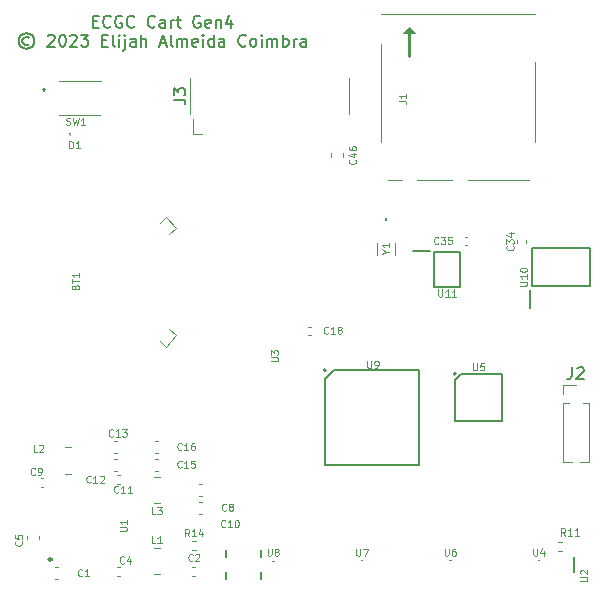
<source format=gbr>
%TF.GenerationSoftware,KiCad,Pcbnew,(6.0.2)*%
%TF.CreationDate,2023-11-17T10:30:32+01:00*%
%TF.ProjectId,CartGen4,43617274-4765-46e3-942e-6b696361645f,rev?*%
%TF.SameCoordinates,Original*%
%TF.FileFunction,Legend,Top*%
%TF.FilePolarity,Positive*%
%FSLAX46Y46*%
G04 Gerber Fmt 4.6, Leading zero omitted, Abs format (unit mm)*
G04 Created by KiCad (PCBNEW (6.0.2)) date 2023-11-17 10:30:32*
%MOMM*%
%LPD*%
G01*
G04 APERTURE LIST*
%ADD10C,0.150000*%
%ADD11C,0.125000*%
%ADD12C,0.200000*%
%ADD13C,0.120000*%
%ADD14C,0.240000*%
%ADD15C,0.100000*%
%ADD16C,0.250000*%
G04 APERTURE END LIST*
D10*
X48119047Y-40123571D02*
X48452380Y-40123571D01*
X48595238Y-40647380D02*
X48119047Y-40647380D01*
X48119047Y-39647380D01*
X48595238Y-39647380D01*
X49595238Y-40552142D02*
X49547619Y-40599761D01*
X49404761Y-40647380D01*
X49309523Y-40647380D01*
X49166666Y-40599761D01*
X49071428Y-40504523D01*
X49023809Y-40409285D01*
X48976190Y-40218809D01*
X48976190Y-40075952D01*
X49023809Y-39885476D01*
X49071428Y-39790238D01*
X49166666Y-39695000D01*
X49309523Y-39647380D01*
X49404761Y-39647380D01*
X49547619Y-39695000D01*
X49595238Y-39742619D01*
X50547619Y-39695000D02*
X50452380Y-39647380D01*
X50309523Y-39647380D01*
X50166666Y-39695000D01*
X50071428Y-39790238D01*
X50023809Y-39885476D01*
X49976190Y-40075952D01*
X49976190Y-40218809D01*
X50023809Y-40409285D01*
X50071428Y-40504523D01*
X50166666Y-40599761D01*
X50309523Y-40647380D01*
X50404761Y-40647380D01*
X50547619Y-40599761D01*
X50595238Y-40552142D01*
X50595238Y-40218809D01*
X50404761Y-40218809D01*
X51595238Y-40552142D02*
X51547619Y-40599761D01*
X51404761Y-40647380D01*
X51309523Y-40647380D01*
X51166666Y-40599761D01*
X51071428Y-40504523D01*
X51023809Y-40409285D01*
X50976190Y-40218809D01*
X50976190Y-40075952D01*
X51023809Y-39885476D01*
X51071428Y-39790238D01*
X51166666Y-39695000D01*
X51309523Y-39647380D01*
X51404761Y-39647380D01*
X51547619Y-39695000D01*
X51595238Y-39742619D01*
X53357142Y-40552142D02*
X53309523Y-40599761D01*
X53166666Y-40647380D01*
X53071428Y-40647380D01*
X52928571Y-40599761D01*
X52833333Y-40504523D01*
X52785714Y-40409285D01*
X52738095Y-40218809D01*
X52738095Y-40075952D01*
X52785714Y-39885476D01*
X52833333Y-39790238D01*
X52928571Y-39695000D01*
X53071428Y-39647380D01*
X53166666Y-39647380D01*
X53309523Y-39695000D01*
X53357142Y-39742619D01*
X54214285Y-40647380D02*
X54214285Y-40123571D01*
X54166666Y-40028333D01*
X54071428Y-39980714D01*
X53880952Y-39980714D01*
X53785714Y-40028333D01*
X54214285Y-40599761D02*
X54119047Y-40647380D01*
X53880952Y-40647380D01*
X53785714Y-40599761D01*
X53738095Y-40504523D01*
X53738095Y-40409285D01*
X53785714Y-40314047D01*
X53880952Y-40266428D01*
X54119047Y-40266428D01*
X54214285Y-40218809D01*
X54690476Y-40647380D02*
X54690476Y-39980714D01*
X54690476Y-40171190D02*
X54738095Y-40075952D01*
X54785714Y-40028333D01*
X54880952Y-39980714D01*
X54976190Y-39980714D01*
X55166666Y-39980714D02*
X55547619Y-39980714D01*
X55309523Y-39647380D02*
X55309523Y-40504523D01*
X55357142Y-40599761D01*
X55452380Y-40647380D01*
X55547619Y-40647380D01*
X57166666Y-39695000D02*
X57071428Y-39647380D01*
X56928571Y-39647380D01*
X56785714Y-39695000D01*
X56690476Y-39790238D01*
X56642857Y-39885476D01*
X56595238Y-40075952D01*
X56595238Y-40218809D01*
X56642857Y-40409285D01*
X56690476Y-40504523D01*
X56785714Y-40599761D01*
X56928571Y-40647380D01*
X57023809Y-40647380D01*
X57166666Y-40599761D01*
X57214285Y-40552142D01*
X57214285Y-40218809D01*
X57023809Y-40218809D01*
X58023809Y-40599761D02*
X57928571Y-40647380D01*
X57738095Y-40647380D01*
X57642857Y-40599761D01*
X57595238Y-40504523D01*
X57595238Y-40123571D01*
X57642857Y-40028333D01*
X57738095Y-39980714D01*
X57928571Y-39980714D01*
X58023809Y-40028333D01*
X58071428Y-40123571D01*
X58071428Y-40218809D01*
X57595238Y-40314047D01*
X58500000Y-39980714D02*
X58500000Y-40647380D01*
X58500000Y-40075952D02*
X58547619Y-40028333D01*
X58642857Y-39980714D01*
X58785714Y-39980714D01*
X58880952Y-40028333D01*
X58928571Y-40123571D01*
X58928571Y-40647380D01*
X59833333Y-39980714D02*
X59833333Y-40647380D01*
X59595238Y-39599761D02*
X59357142Y-40314047D01*
X59976190Y-40314047D01*
X42666666Y-41495476D02*
X42571428Y-41447857D01*
X42380952Y-41447857D01*
X42285714Y-41495476D01*
X42190476Y-41590714D01*
X42142857Y-41685952D01*
X42142857Y-41876428D01*
X42190476Y-41971666D01*
X42285714Y-42066904D01*
X42380952Y-42114523D01*
X42571428Y-42114523D01*
X42666666Y-42066904D01*
X42476190Y-41114523D02*
X42238095Y-41162142D01*
X42000000Y-41305000D01*
X41857142Y-41543095D01*
X41809523Y-41781190D01*
X41857142Y-42019285D01*
X42000000Y-42257380D01*
X42238095Y-42400238D01*
X42476190Y-42447857D01*
X42714285Y-42400238D01*
X42952380Y-42257380D01*
X43095238Y-42019285D01*
X43142857Y-41781190D01*
X43095238Y-41543095D01*
X42952380Y-41305000D01*
X42714285Y-41162142D01*
X42476190Y-41114523D01*
X44285714Y-41352619D02*
X44333333Y-41305000D01*
X44428571Y-41257380D01*
X44666666Y-41257380D01*
X44761904Y-41305000D01*
X44809523Y-41352619D01*
X44857142Y-41447857D01*
X44857142Y-41543095D01*
X44809523Y-41685952D01*
X44238095Y-42257380D01*
X44857142Y-42257380D01*
X45476190Y-41257380D02*
X45571428Y-41257380D01*
X45666666Y-41305000D01*
X45714285Y-41352619D01*
X45761904Y-41447857D01*
X45809523Y-41638333D01*
X45809523Y-41876428D01*
X45761904Y-42066904D01*
X45714285Y-42162142D01*
X45666666Y-42209761D01*
X45571428Y-42257380D01*
X45476190Y-42257380D01*
X45380952Y-42209761D01*
X45333333Y-42162142D01*
X45285714Y-42066904D01*
X45238095Y-41876428D01*
X45238095Y-41638333D01*
X45285714Y-41447857D01*
X45333333Y-41352619D01*
X45380952Y-41305000D01*
X45476190Y-41257380D01*
X46190476Y-41352619D02*
X46238095Y-41305000D01*
X46333333Y-41257380D01*
X46571428Y-41257380D01*
X46666666Y-41305000D01*
X46714285Y-41352619D01*
X46761904Y-41447857D01*
X46761904Y-41543095D01*
X46714285Y-41685952D01*
X46142857Y-42257380D01*
X46761904Y-42257380D01*
X47095238Y-41257380D02*
X47714285Y-41257380D01*
X47380952Y-41638333D01*
X47523809Y-41638333D01*
X47619047Y-41685952D01*
X47666666Y-41733571D01*
X47714285Y-41828809D01*
X47714285Y-42066904D01*
X47666666Y-42162142D01*
X47619047Y-42209761D01*
X47523809Y-42257380D01*
X47238095Y-42257380D01*
X47142857Y-42209761D01*
X47095238Y-42162142D01*
X48904761Y-41733571D02*
X49238095Y-41733571D01*
X49380952Y-42257380D02*
X48904761Y-42257380D01*
X48904761Y-41257380D01*
X49380952Y-41257380D01*
X49952380Y-42257380D02*
X49857142Y-42209761D01*
X49809523Y-42114523D01*
X49809523Y-41257380D01*
X50333333Y-42257380D02*
X50333333Y-41590714D01*
X50333333Y-41257380D02*
X50285714Y-41305000D01*
X50333333Y-41352619D01*
X50380952Y-41305000D01*
X50333333Y-41257380D01*
X50333333Y-41352619D01*
X50809523Y-41590714D02*
X50809523Y-42447857D01*
X50761904Y-42543095D01*
X50666666Y-42590714D01*
X50619047Y-42590714D01*
X50809523Y-41257380D02*
X50761904Y-41305000D01*
X50809523Y-41352619D01*
X50857142Y-41305000D01*
X50809523Y-41257380D01*
X50809523Y-41352619D01*
X51714285Y-42257380D02*
X51714285Y-41733571D01*
X51666666Y-41638333D01*
X51571428Y-41590714D01*
X51380952Y-41590714D01*
X51285714Y-41638333D01*
X51714285Y-42209761D02*
X51619047Y-42257380D01*
X51380952Y-42257380D01*
X51285714Y-42209761D01*
X51238095Y-42114523D01*
X51238095Y-42019285D01*
X51285714Y-41924047D01*
X51380952Y-41876428D01*
X51619047Y-41876428D01*
X51714285Y-41828809D01*
X52190476Y-42257380D02*
X52190476Y-41257380D01*
X52619047Y-42257380D02*
X52619047Y-41733571D01*
X52571428Y-41638333D01*
X52476190Y-41590714D01*
X52333333Y-41590714D01*
X52238095Y-41638333D01*
X52190476Y-41685952D01*
X53809523Y-41971666D02*
X54285714Y-41971666D01*
X53714285Y-42257380D02*
X54047619Y-41257380D01*
X54380952Y-42257380D01*
X54857142Y-42257380D02*
X54761904Y-42209761D01*
X54714285Y-42114523D01*
X54714285Y-41257380D01*
X55238095Y-42257380D02*
X55238095Y-41590714D01*
X55238095Y-41685952D02*
X55285714Y-41638333D01*
X55380952Y-41590714D01*
X55523809Y-41590714D01*
X55619047Y-41638333D01*
X55666666Y-41733571D01*
X55666666Y-42257380D01*
X55666666Y-41733571D02*
X55714285Y-41638333D01*
X55809523Y-41590714D01*
X55952380Y-41590714D01*
X56047619Y-41638333D01*
X56095238Y-41733571D01*
X56095238Y-42257380D01*
X56952380Y-42209761D02*
X56857142Y-42257380D01*
X56666666Y-42257380D01*
X56571428Y-42209761D01*
X56523809Y-42114523D01*
X56523809Y-41733571D01*
X56571428Y-41638333D01*
X56666666Y-41590714D01*
X56857142Y-41590714D01*
X56952380Y-41638333D01*
X57000000Y-41733571D01*
X57000000Y-41828809D01*
X56523809Y-41924047D01*
X57428571Y-42257380D02*
X57428571Y-41590714D01*
X57428571Y-41257380D02*
X57380952Y-41305000D01*
X57428571Y-41352619D01*
X57476190Y-41305000D01*
X57428571Y-41257380D01*
X57428571Y-41352619D01*
X58333333Y-42257380D02*
X58333333Y-41257380D01*
X58333333Y-42209761D02*
X58238095Y-42257380D01*
X58047619Y-42257380D01*
X57952380Y-42209761D01*
X57904761Y-42162142D01*
X57857142Y-42066904D01*
X57857142Y-41781190D01*
X57904761Y-41685952D01*
X57952380Y-41638333D01*
X58047619Y-41590714D01*
X58238095Y-41590714D01*
X58333333Y-41638333D01*
X59238095Y-42257380D02*
X59238095Y-41733571D01*
X59190476Y-41638333D01*
X59095238Y-41590714D01*
X58904761Y-41590714D01*
X58809523Y-41638333D01*
X59238095Y-42209761D02*
X59142857Y-42257380D01*
X58904761Y-42257380D01*
X58809523Y-42209761D01*
X58761904Y-42114523D01*
X58761904Y-42019285D01*
X58809523Y-41924047D01*
X58904761Y-41876428D01*
X59142857Y-41876428D01*
X59238095Y-41828809D01*
X61047619Y-42162142D02*
X60999999Y-42209761D01*
X60857142Y-42257380D01*
X60761904Y-42257380D01*
X60619047Y-42209761D01*
X60523809Y-42114523D01*
X60476190Y-42019285D01*
X60428571Y-41828809D01*
X60428571Y-41685952D01*
X60476190Y-41495476D01*
X60523809Y-41400238D01*
X60619047Y-41305000D01*
X60761904Y-41257380D01*
X60857142Y-41257380D01*
X60999999Y-41305000D01*
X61047619Y-41352619D01*
X61619047Y-42257380D02*
X61523809Y-42209761D01*
X61476190Y-42162142D01*
X61428571Y-42066904D01*
X61428571Y-41781190D01*
X61476190Y-41685952D01*
X61523809Y-41638333D01*
X61619047Y-41590714D01*
X61761904Y-41590714D01*
X61857142Y-41638333D01*
X61904761Y-41685952D01*
X61952380Y-41781190D01*
X61952380Y-42066904D01*
X61904761Y-42162142D01*
X61857142Y-42209761D01*
X61761904Y-42257380D01*
X61619047Y-42257380D01*
X62380952Y-42257380D02*
X62380952Y-41590714D01*
X62380952Y-41257380D02*
X62333333Y-41305000D01*
X62380952Y-41352619D01*
X62428571Y-41305000D01*
X62380952Y-41257380D01*
X62380952Y-41352619D01*
X62857142Y-42257380D02*
X62857142Y-41590714D01*
X62857142Y-41685952D02*
X62904761Y-41638333D01*
X62999999Y-41590714D01*
X63142857Y-41590714D01*
X63238095Y-41638333D01*
X63285714Y-41733571D01*
X63285714Y-42257380D01*
X63285714Y-41733571D02*
X63333333Y-41638333D01*
X63428571Y-41590714D01*
X63571428Y-41590714D01*
X63666666Y-41638333D01*
X63714285Y-41733571D01*
X63714285Y-42257380D01*
X64190476Y-42257380D02*
X64190476Y-41257380D01*
X64190476Y-41638333D02*
X64285714Y-41590714D01*
X64476190Y-41590714D01*
X64571428Y-41638333D01*
X64619047Y-41685952D01*
X64666666Y-41781190D01*
X64666666Y-42066904D01*
X64619047Y-42162142D01*
X64571428Y-42209761D01*
X64476190Y-42257380D01*
X64285714Y-42257380D01*
X64190476Y-42209761D01*
X65095238Y-42257380D02*
X65095238Y-41590714D01*
X65095238Y-41781190D02*
X65142857Y-41685952D01*
X65190476Y-41638333D01*
X65285714Y-41590714D01*
X65380952Y-41590714D01*
X66142857Y-42257380D02*
X66142857Y-41733571D01*
X66095238Y-41638333D01*
X65999999Y-41590714D01*
X65809523Y-41590714D01*
X65714285Y-41638333D01*
X66142857Y-42209761D02*
X66047619Y-42257380D01*
X65809523Y-42257380D01*
X65714285Y-42209761D01*
X65666666Y-42114523D01*
X65666666Y-42019285D01*
X65714285Y-41924047D01*
X65809523Y-41876428D01*
X66047619Y-41876428D01*
X66142857Y-41828809D01*
D11*
%TO.C,U10*%
X84271428Y-62492857D02*
X84757142Y-62492857D01*
X84814285Y-62464285D01*
X84842857Y-62435714D01*
X84871428Y-62378571D01*
X84871428Y-62264285D01*
X84842857Y-62207142D01*
X84814285Y-62178571D01*
X84757142Y-62150000D01*
X84271428Y-62150000D01*
X84871428Y-61550000D02*
X84871428Y-61892857D01*
X84871428Y-61721428D02*
X84271428Y-61721428D01*
X84357142Y-61778571D01*
X84414285Y-61835714D01*
X84442857Y-61892857D01*
X84271428Y-61178571D02*
X84271428Y-61121428D01*
X84300000Y-61064285D01*
X84328571Y-61035714D01*
X84385714Y-61007142D01*
X84500000Y-60978571D01*
X84642857Y-60978571D01*
X84757142Y-61007142D01*
X84814285Y-61035714D01*
X84842857Y-61064285D01*
X84871428Y-61121428D01*
X84871428Y-61178571D01*
X84842857Y-61235714D01*
X84814285Y-61264285D01*
X84757142Y-61292857D01*
X84642857Y-61321428D01*
X84500000Y-61321428D01*
X84385714Y-61292857D01*
X84328571Y-61264285D01*
X84300000Y-61235714D01*
X84271428Y-61178571D01*
%TO.C,U9*%
X71342857Y-68871428D02*
X71342857Y-69357142D01*
X71371428Y-69414285D01*
X71400000Y-69442857D01*
X71457142Y-69471428D01*
X71571428Y-69471428D01*
X71628571Y-69442857D01*
X71657142Y-69414285D01*
X71685714Y-69357142D01*
X71685714Y-68871428D01*
X72000000Y-69471428D02*
X72114285Y-69471428D01*
X72171428Y-69442857D01*
X72200000Y-69414285D01*
X72257142Y-69328571D01*
X72285714Y-69214285D01*
X72285714Y-68985714D01*
X72257142Y-68928571D01*
X72228571Y-68900000D01*
X72171428Y-68871428D01*
X72057142Y-68871428D01*
X72000000Y-68900000D01*
X71971428Y-68928571D01*
X71942857Y-68985714D01*
X71942857Y-69128571D01*
X71971428Y-69185714D01*
X72000000Y-69214285D01*
X72057142Y-69242857D01*
X72171428Y-69242857D01*
X72228571Y-69214285D01*
X72257142Y-69185714D01*
X72285714Y-69128571D01*
D10*
%TO.C,J3*%
X54932380Y-46758333D02*
X55646666Y-46758333D01*
X55789523Y-46805952D01*
X55884761Y-46901190D01*
X55932380Y-47044047D01*
X55932380Y-47139285D01*
X54932380Y-46377380D02*
X54932380Y-45758333D01*
X55313333Y-46091666D01*
X55313333Y-45948809D01*
X55360952Y-45853571D01*
X55408571Y-45805952D01*
X55503809Y-45758333D01*
X55741904Y-45758333D01*
X55837142Y-45805952D01*
X55884761Y-45853571D01*
X55932380Y-45948809D01*
X55932380Y-46234523D01*
X55884761Y-46329761D01*
X55837142Y-46377380D01*
D11*
%TO.C,J1*%
X74021428Y-46850000D02*
X74450000Y-46850000D01*
X74535714Y-46878571D01*
X74592857Y-46935714D01*
X74621428Y-47021428D01*
X74621428Y-47078571D01*
X74621428Y-46250000D02*
X74621428Y-46592857D01*
X74621428Y-46421428D02*
X74021428Y-46421428D01*
X74107142Y-46478571D01*
X74164285Y-46535714D01*
X74192857Y-46592857D01*
%TO.C,U5*%
X80292857Y-69071428D02*
X80292857Y-69557142D01*
X80321428Y-69614285D01*
X80350000Y-69642857D01*
X80407142Y-69671428D01*
X80521428Y-69671428D01*
X80578571Y-69642857D01*
X80607142Y-69614285D01*
X80635714Y-69557142D01*
X80635714Y-69071428D01*
X81207142Y-69071428D02*
X80921428Y-69071428D01*
X80892857Y-69357142D01*
X80921428Y-69328571D01*
X80978571Y-69300000D01*
X81121428Y-69300000D01*
X81178571Y-69328571D01*
X81207142Y-69357142D01*
X81235714Y-69414285D01*
X81235714Y-69557142D01*
X81207142Y-69614285D01*
X81178571Y-69642857D01*
X81121428Y-69671428D01*
X80978571Y-69671428D01*
X80921428Y-69642857D01*
X80892857Y-69614285D01*
%TO.C,C2*%
X56550000Y-85754285D02*
X56521428Y-85782857D01*
X56435714Y-85811428D01*
X56378571Y-85811428D01*
X56292857Y-85782857D01*
X56235714Y-85725714D01*
X56207142Y-85668571D01*
X56178571Y-85554285D01*
X56178571Y-85468571D01*
X56207142Y-85354285D01*
X56235714Y-85297142D01*
X56292857Y-85240000D01*
X56378571Y-85211428D01*
X56435714Y-85211428D01*
X56521428Y-85240000D01*
X56550000Y-85268571D01*
X56778571Y-85268571D02*
X56807142Y-85240000D01*
X56864285Y-85211428D01*
X57007142Y-85211428D01*
X57064285Y-85240000D01*
X57092857Y-85268571D01*
X57121428Y-85325714D01*
X57121428Y-85382857D01*
X57092857Y-85468571D01*
X56750000Y-85811428D01*
X57121428Y-85811428D01*
%TO.C,C10*%
X59314285Y-82889285D02*
X59285714Y-82917857D01*
X59200000Y-82946428D01*
X59142857Y-82946428D01*
X59057142Y-82917857D01*
X59000000Y-82860714D01*
X58971428Y-82803571D01*
X58942857Y-82689285D01*
X58942857Y-82603571D01*
X58971428Y-82489285D01*
X59000000Y-82432142D01*
X59057142Y-82375000D01*
X59142857Y-82346428D01*
X59200000Y-82346428D01*
X59285714Y-82375000D01*
X59314285Y-82403571D01*
X59885714Y-82946428D02*
X59542857Y-82946428D01*
X59714285Y-82946428D02*
X59714285Y-82346428D01*
X59657142Y-82432142D01*
X59600000Y-82489285D01*
X59542857Y-82517857D01*
X60257142Y-82346428D02*
X60314285Y-82346428D01*
X60371428Y-82375000D01*
X60400000Y-82403571D01*
X60428571Y-82460714D01*
X60457142Y-82575000D01*
X60457142Y-82717857D01*
X60428571Y-82832142D01*
X60400000Y-82889285D01*
X60371428Y-82917857D01*
X60314285Y-82946428D01*
X60257142Y-82946428D01*
X60200000Y-82917857D01*
X60171428Y-82889285D01*
X60142857Y-82832142D01*
X60114285Y-82717857D01*
X60114285Y-82575000D01*
X60142857Y-82460714D01*
X60171428Y-82403571D01*
X60200000Y-82375000D01*
X60257142Y-82346428D01*
%TO.C,C15*%
X55614285Y-77864285D02*
X55585714Y-77892857D01*
X55500000Y-77921428D01*
X55442857Y-77921428D01*
X55357142Y-77892857D01*
X55300000Y-77835714D01*
X55271428Y-77778571D01*
X55242857Y-77664285D01*
X55242857Y-77578571D01*
X55271428Y-77464285D01*
X55300000Y-77407142D01*
X55357142Y-77350000D01*
X55442857Y-77321428D01*
X55500000Y-77321428D01*
X55585714Y-77350000D01*
X55614285Y-77378571D01*
X56185714Y-77921428D02*
X55842857Y-77921428D01*
X56014285Y-77921428D02*
X56014285Y-77321428D01*
X55957142Y-77407142D01*
X55900000Y-77464285D01*
X55842857Y-77492857D01*
X56728571Y-77321428D02*
X56442857Y-77321428D01*
X56414285Y-77607142D01*
X56442857Y-77578571D01*
X56500000Y-77550000D01*
X56642857Y-77550000D01*
X56700000Y-77578571D01*
X56728571Y-77607142D01*
X56757142Y-77664285D01*
X56757142Y-77807142D01*
X56728571Y-77864285D01*
X56700000Y-77892857D01*
X56642857Y-77921428D01*
X56500000Y-77921428D01*
X56442857Y-77892857D01*
X56414285Y-77864285D01*
%TO.C,C46*%
X70314285Y-51835714D02*
X70342857Y-51864285D01*
X70371428Y-51950000D01*
X70371428Y-52007142D01*
X70342857Y-52092857D01*
X70285714Y-52150000D01*
X70228571Y-52178571D01*
X70114285Y-52207142D01*
X70028571Y-52207142D01*
X69914285Y-52178571D01*
X69857142Y-52150000D01*
X69800000Y-52092857D01*
X69771428Y-52007142D01*
X69771428Y-51950000D01*
X69800000Y-51864285D01*
X69828571Y-51835714D01*
X69971428Y-51321428D02*
X70371428Y-51321428D01*
X69742857Y-51464285D02*
X70171428Y-51607142D01*
X70171428Y-51235714D01*
X69771428Y-50750000D02*
X69771428Y-50864285D01*
X69800000Y-50921428D01*
X69828571Y-50950000D01*
X69914285Y-51007142D01*
X70028571Y-51035714D01*
X70257142Y-51035714D01*
X70314285Y-51007142D01*
X70342857Y-50978571D01*
X70371428Y-50921428D01*
X70371428Y-50807142D01*
X70342857Y-50750000D01*
X70314285Y-50721428D01*
X70257142Y-50692857D01*
X70114285Y-50692857D01*
X70057142Y-50721428D01*
X70028571Y-50750000D01*
X70000000Y-50807142D01*
X70000000Y-50921428D01*
X70028571Y-50978571D01*
X70057142Y-51007142D01*
X70114285Y-51035714D01*
%TO.C,D1*%
X46107142Y-50871428D02*
X46107142Y-50271428D01*
X46250000Y-50271428D01*
X46335714Y-50300000D01*
X46392857Y-50357142D01*
X46421428Y-50414285D01*
X46450000Y-50528571D01*
X46450000Y-50614285D01*
X46421428Y-50728571D01*
X46392857Y-50785714D01*
X46335714Y-50842857D01*
X46250000Y-50871428D01*
X46107142Y-50871428D01*
X47021428Y-50871428D02*
X46678571Y-50871428D01*
X46850000Y-50871428D02*
X46850000Y-50271428D01*
X46792857Y-50357142D01*
X46735714Y-50414285D01*
X46678571Y-50442857D01*
%TO.C,C13*%
X49814285Y-75214285D02*
X49785714Y-75242857D01*
X49700000Y-75271428D01*
X49642857Y-75271428D01*
X49557142Y-75242857D01*
X49500000Y-75185714D01*
X49471428Y-75128571D01*
X49442857Y-75014285D01*
X49442857Y-74928571D01*
X49471428Y-74814285D01*
X49500000Y-74757142D01*
X49557142Y-74700000D01*
X49642857Y-74671428D01*
X49700000Y-74671428D01*
X49785714Y-74700000D01*
X49814285Y-74728571D01*
X50385714Y-75271428D02*
X50042857Y-75271428D01*
X50214285Y-75271428D02*
X50214285Y-74671428D01*
X50157142Y-74757142D01*
X50100000Y-74814285D01*
X50042857Y-74842857D01*
X50585714Y-74671428D02*
X50957142Y-74671428D01*
X50757142Y-74900000D01*
X50842857Y-74900000D01*
X50900000Y-74928571D01*
X50928571Y-74957142D01*
X50957142Y-75014285D01*
X50957142Y-75157142D01*
X50928571Y-75214285D01*
X50900000Y-75242857D01*
X50842857Y-75271428D01*
X50671428Y-75271428D01*
X50614285Y-75242857D01*
X50585714Y-75214285D01*
%TO.C,C5*%
X42064285Y-84150000D02*
X42092857Y-84178571D01*
X42121428Y-84264285D01*
X42121428Y-84321428D01*
X42092857Y-84407142D01*
X42035714Y-84464285D01*
X41978571Y-84492857D01*
X41864285Y-84521428D01*
X41778571Y-84521428D01*
X41664285Y-84492857D01*
X41607142Y-84464285D01*
X41550000Y-84407142D01*
X41521428Y-84321428D01*
X41521428Y-84264285D01*
X41550000Y-84178571D01*
X41578571Y-84150000D01*
X41521428Y-83607142D02*
X41521428Y-83892857D01*
X41807142Y-83921428D01*
X41778571Y-83892857D01*
X41750000Y-83835714D01*
X41750000Y-83692857D01*
X41778571Y-83635714D01*
X41807142Y-83607142D01*
X41864285Y-83578571D01*
X42007142Y-83578571D01*
X42064285Y-83607142D01*
X42092857Y-83635714D01*
X42121428Y-83692857D01*
X42121428Y-83835714D01*
X42092857Y-83892857D01*
X42064285Y-83921428D01*
%TO.C,U11*%
X77357142Y-62821428D02*
X77357142Y-63307142D01*
X77385714Y-63364285D01*
X77414285Y-63392857D01*
X77471428Y-63421428D01*
X77585714Y-63421428D01*
X77642857Y-63392857D01*
X77671428Y-63364285D01*
X77700000Y-63307142D01*
X77700000Y-62821428D01*
X78300000Y-63421428D02*
X77957142Y-63421428D01*
X78128571Y-63421428D02*
X78128571Y-62821428D01*
X78071428Y-62907142D01*
X78014285Y-62964285D01*
X77957142Y-62992857D01*
X78871428Y-63421428D02*
X78528571Y-63421428D01*
X78700000Y-63421428D02*
X78700000Y-62821428D01*
X78642857Y-62907142D01*
X78585714Y-62964285D01*
X78528571Y-62992857D01*
%TO.C,C4*%
X50750000Y-85964285D02*
X50721428Y-85992857D01*
X50635714Y-86021428D01*
X50578571Y-86021428D01*
X50492857Y-85992857D01*
X50435714Y-85935714D01*
X50407142Y-85878571D01*
X50378571Y-85764285D01*
X50378571Y-85678571D01*
X50407142Y-85564285D01*
X50435714Y-85507142D01*
X50492857Y-85450000D01*
X50578571Y-85421428D01*
X50635714Y-85421428D01*
X50721428Y-85450000D01*
X50750000Y-85478571D01*
X51264285Y-85621428D02*
X51264285Y-86021428D01*
X51121428Y-85392857D02*
X50978571Y-85821428D01*
X51350000Y-85821428D01*
%TO.C,U3*%
X63171428Y-68907142D02*
X63657142Y-68907142D01*
X63714285Y-68878571D01*
X63742857Y-68850000D01*
X63771428Y-68792857D01*
X63771428Y-68678571D01*
X63742857Y-68621428D01*
X63714285Y-68592857D01*
X63657142Y-68564285D01*
X63171428Y-68564285D01*
X63171428Y-68335714D02*
X63171428Y-67964285D01*
X63400000Y-68164285D01*
X63400000Y-68078571D01*
X63428571Y-68021428D01*
X63457142Y-67992857D01*
X63514285Y-67964285D01*
X63657142Y-67964285D01*
X63714285Y-67992857D01*
X63742857Y-68021428D01*
X63771428Y-68078571D01*
X63771428Y-68250000D01*
X63742857Y-68307142D01*
X63714285Y-68335714D01*
%TO.C,C1*%
X47200000Y-87064285D02*
X47171428Y-87092857D01*
X47085714Y-87121428D01*
X47028571Y-87121428D01*
X46942857Y-87092857D01*
X46885714Y-87035714D01*
X46857142Y-86978571D01*
X46828571Y-86864285D01*
X46828571Y-86778571D01*
X46857142Y-86664285D01*
X46885714Y-86607142D01*
X46942857Y-86550000D01*
X47028571Y-86521428D01*
X47085714Y-86521428D01*
X47171428Y-86550000D01*
X47200000Y-86578571D01*
X47771428Y-87121428D02*
X47428571Y-87121428D01*
X47600000Y-87121428D02*
X47600000Y-86521428D01*
X47542857Y-86607142D01*
X47485714Y-86664285D01*
X47428571Y-86692857D01*
%TO.C,U1*%
X50371428Y-83257142D02*
X50857142Y-83257142D01*
X50914285Y-83228571D01*
X50942857Y-83200000D01*
X50971428Y-83142857D01*
X50971428Y-83028571D01*
X50942857Y-82971428D01*
X50914285Y-82942857D01*
X50857142Y-82914285D01*
X50371428Y-82914285D01*
X50971428Y-82314285D02*
X50971428Y-82657142D01*
X50971428Y-82485714D02*
X50371428Y-82485714D01*
X50457142Y-82542857D01*
X50514285Y-82600000D01*
X50542857Y-82657142D01*
%TO.C,U7*%
X70392857Y-84771428D02*
X70392857Y-85257142D01*
X70421428Y-85314285D01*
X70450000Y-85342857D01*
X70507142Y-85371428D01*
X70621428Y-85371428D01*
X70678571Y-85342857D01*
X70707142Y-85314285D01*
X70735714Y-85257142D01*
X70735714Y-84771428D01*
X70964285Y-84771428D02*
X71364285Y-84771428D01*
X71107142Y-85371428D01*
%TO.C,C12*%
X47914285Y-79114285D02*
X47885714Y-79142857D01*
X47800000Y-79171428D01*
X47742857Y-79171428D01*
X47657142Y-79142857D01*
X47600000Y-79085714D01*
X47571428Y-79028571D01*
X47542857Y-78914285D01*
X47542857Y-78828571D01*
X47571428Y-78714285D01*
X47600000Y-78657142D01*
X47657142Y-78600000D01*
X47742857Y-78571428D01*
X47800000Y-78571428D01*
X47885714Y-78600000D01*
X47914285Y-78628571D01*
X48485714Y-79171428D02*
X48142857Y-79171428D01*
X48314285Y-79171428D02*
X48314285Y-78571428D01*
X48257142Y-78657142D01*
X48200000Y-78714285D01*
X48142857Y-78742857D01*
X48714285Y-78628571D02*
X48742857Y-78600000D01*
X48800000Y-78571428D01*
X48942857Y-78571428D01*
X49000000Y-78600000D01*
X49028571Y-78628571D01*
X49057142Y-78685714D01*
X49057142Y-78742857D01*
X49028571Y-78828571D01*
X48685714Y-79171428D01*
X49057142Y-79171428D01*
%TO.C,R11*%
X88114285Y-83651428D02*
X87914285Y-83365714D01*
X87771428Y-83651428D02*
X87771428Y-83051428D01*
X88000000Y-83051428D01*
X88057142Y-83080000D01*
X88085714Y-83108571D01*
X88114285Y-83165714D01*
X88114285Y-83251428D01*
X88085714Y-83308571D01*
X88057142Y-83337142D01*
X88000000Y-83365714D01*
X87771428Y-83365714D01*
X88685714Y-83651428D02*
X88342857Y-83651428D01*
X88514285Y-83651428D02*
X88514285Y-83051428D01*
X88457142Y-83137142D01*
X88400000Y-83194285D01*
X88342857Y-83222857D01*
X89257142Y-83651428D02*
X88914285Y-83651428D01*
X89085714Y-83651428D02*
X89085714Y-83051428D01*
X89028571Y-83137142D01*
X88971428Y-83194285D01*
X88914285Y-83222857D01*
%TO.C,C8*%
X59400000Y-81489285D02*
X59371428Y-81517857D01*
X59285714Y-81546428D01*
X59228571Y-81546428D01*
X59142857Y-81517857D01*
X59085714Y-81460714D01*
X59057142Y-81403571D01*
X59028571Y-81289285D01*
X59028571Y-81203571D01*
X59057142Y-81089285D01*
X59085714Y-81032142D01*
X59142857Y-80975000D01*
X59228571Y-80946428D01*
X59285714Y-80946428D01*
X59371428Y-80975000D01*
X59400000Y-81003571D01*
X59742857Y-81203571D02*
X59685714Y-81175000D01*
X59657142Y-81146428D01*
X59628571Y-81089285D01*
X59628571Y-81060714D01*
X59657142Y-81003571D01*
X59685714Y-80975000D01*
X59742857Y-80946428D01*
X59857142Y-80946428D01*
X59914285Y-80975000D01*
X59942857Y-81003571D01*
X59971428Y-81060714D01*
X59971428Y-81089285D01*
X59942857Y-81146428D01*
X59914285Y-81175000D01*
X59857142Y-81203571D01*
X59742857Y-81203571D01*
X59685714Y-81232142D01*
X59657142Y-81260714D01*
X59628571Y-81317857D01*
X59628571Y-81432142D01*
X59657142Y-81489285D01*
X59685714Y-81517857D01*
X59742857Y-81546428D01*
X59857142Y-81546428D01*
X59914285Y-81517857D01*
X59942857Y-81489285D01*
X59971428Y-81432142D01*
X59971428Y-81317857D01*
X59942857Y-81260714D01*
X59914285Y-81232142D01*
X59857142Y-81203571D01*
%TO.C,R14*%
X56264285Y-83721428D02*
X56064285Y-83435714D01*
X55921428Y-83721428D02*
X55921428Y-83121428D01*
X56150000Y-83121428D01*
X56207142Y-83150000D01*
X56235714Y-83178571D01*
X56264285Y-83235714D01*
X56264285Y-83321428D01*
X56235714Y-83378571D01*
X56207142Y-83407142D01*
X56150000Y-83435714D01*
X55921428Y-83435714D01*
X56835714Y-83721428D02*
X56492857Y-83721428D01*
X56664285Y-83721428D02*
X56664285Y-83121428D01*
X56607142Y-83207142D01*
X56550000Y-83264285D01*
X56492857Y-83292857D01*
X57350000Y-83321428D02*
X57350000Y-83721428D01*
X57207142Y-83092857D02*
X57064285Y-83521428D01*
X57435714Y-83521428D01*
%TO.C,U6*%
X77892857Y-84771428D02*
X77892857Y-85257142D01*
X77921428Y-85314285D01*
X77950000Y-85342857D01*
X78007142Y-85371428D01*
X78121428Y-85371428D01*
X78178571Y-85342857D01*
X78207142Y-85314285D01*
X78235714Y-85257142D01*
X78235714Y-84771428D01*
X78778571Y-84771428D02*
X78664285Y-84771428D01*
X78607142Y-84800000D01*
X78578571Y-84828571D01*
X78521428Y-84914285D01*
X78492857Y-85028571D01*
X78492857Y-85257142D01*
X78521428Y-85314285D01*
X78550000Y-85342857D01*
X78607142Y-85371428D01*
X78721428Y-85371428D01*
X78778571Y-85342857D01*
X78807142Y-85314285D01*
X78835714Y-85257142D01*
X78835714Y-85114285D01*
X78807142Y-85057142D01*
X78778571Y-85028571D01*
X78721428Y-85000000D01*
X78607142Y-85000000D01*
X78550000Y-85028571D01*
X78521428Y-85057142D01*
X78492857Y-85114285D01*
%TO.C,C18*%
X68014285Y-66514285D02*
X67985714Y-66542857D01*
X67900000Y-66571428D01*
X67842857Y-66571428D01*
X67757142Y-66542857D01*
X67700000Y-66485714D01*
X67671428Y-66428571D01*
X67642857Y-66314285D01*
X67642857Y-66228571D01*
X67671428Y-66114285D01*
X67700000Y-66057142D01*
X67757142Y-66000000D01*
X67842857Y-65971428D01*
X67900000Y-65971428D01*
X67985714Y-66000000D01*
X68014285Y-66028571D01*
X68585714Y-66571428D02*
X68242857Y-66571428D01*
X68414285Y-66571428D02*
X68414285Y-65971428D01*
X68357142Y-66057142D01*
X68300000Y-66114285D01*
X68242857Y-66142857D01*
X68928571Y-66228571D02*
X68871428Y-66200000D01*
X68842857Y-66171428D01*
X68814285Y-66114285D01*
X68814285Y-66085714D01*
X68842857Y-66028571D01*
X68871428Y-66000000D01*
X68928571Y-65971428D01*
X69042857Y-65971428D01*
X69100000Y-66000000D01*
X69128571Y-66028571D01*
X69157142Y-66085714D01*
X69157142Y-66114285D01*
X69128571Y-66171428D01*
X69100000Y-66200000D01*
X69042857Y-66228571D01*
X68928571Y-66228571D01*
X68871428Y-66257142D01*
X68842857Y-66285714D01*
X68814285Y-66342857D01*
X68814285Y-66457142D01*
X68842857Y-66514285D01*
X68871428Y-66542857D01*
X68928571Y-66571428D01*
X69042857Y-66571428D01*
X69100000Y-66542857D01*
X69128571Y-66514285D01*
X69157142Y-66457142D01*
X69157142Y-66342857D01*
X69128571Y-66285714D01*
X69100000Y-66257142D01*
X69042857Y-66228571D01*
%TO.C,U8*%
X62892857Y-84771428D02*
X62892857Y-85257142D01*
X62921428Y-85314285D01*
X62950000Y-85342857D01*
X63007142Y-85371428D01*
X63121428Y-85371428D01*
X63178571Y-85342857D01*
X63207142Y-85314285D01*
X63235714Y-85257142D01*
X63235714Y-84771428D01*
X63607142Y-85028571D02*
X63550000Y-85000000D01*
X63521428Y-84971428D01*
X63492857Y-84914285D01*
X63492857Y-84885714D01*
X63521428Y-84828571D01*
X63550000Y-84800000D01*
X63607142Y-84771428D01*
X63721428Y-84771428D01*
X63778571Y-84800000D01*
X63807142Y-84828571D01*
X63835714Y-84885714D01*
X63835714Y-84914285D01*
X63807142Y-84971428D01*
X63778571Y-85000000D01*
X63721428Y-85028571D01*
X63607142Y-85028571D01*
X63550000Y-85057142D01*
X63521428Y-85085714D01*
X63492857Y-85142857D01*
X63492857Y-85257142D01*
X63521428Y-85314285D01*
X63550000Y-85342857D01*
X63607142Y-85371428D01*
X63721428Y-85371428D01*
X63778571Y-85342857D01*
X63807142Y-85314285D01*
X63835714Y-85257142D01*
X63835714Y-85142857D01*
X63807142Y-85085714D01*
X63778571Y-85057142D01*
X63721428Y-85028571D01*
D10*
%TO.C,J2*%
X88666666Y-69407380D02*
X88666666Y-70121666D01*
X88619047Y-70264523D01*
X88523809Y-70359761D01*
X88380952Y-70407380D01*
X88285714Y-70407380D01*
X89095238Y-69502619D02*
X89142857Y-69455000D01*
X89238095Y-69407380D01*
X89476190Y-69407380D01*
X89571428Y-69455000D01*
X89619047Y-69502619D01*
X89666666Y-69597857D01*
X89666666Y-69693095D01*
X89619047Y-69835952D01*
X89047619Y-70407380D01*
X89666666Y-70407380D01*
D11*
%TO.C,BT1*%
X46607142Y-62621428D02*
X46635714Y-62535714D01*
X46664285Y-62507142D01*
X46721428Y-62478571D01*
X46807142Y-62478571D01*
X46864285Y-62507142D01*
X46892857Y-62535714D01*
X46921428Y-62592857D01*
X46921428Y-62821428D01*
X46321428Y-62821428D01*
X46321428Y-62621428D01*
X46350000Y-62564285D01*
X46378571Y-62535714D01*
X46435714Y-62507142D01*
X46492857Y-62507142D01*
X46550000Y-62535714D01*
X46578571Y-62564285D01*
X46607142Y-62621428D01*
X46607142Y-62821428D01*
X46321428Y-62307142D02*
X46321428Y-61964285D01*
X46921428Y-62135714D02*
X46321428Y-62135714D01*
X46921428Y-61450000D02*
X46921428Y-61792857D01*
X46921428Y-61621428D02*
X46321428Y-61621428D01*
X46407142Y-61678571D01*
X46464285Y-61735714D01*
X46492857Y-61792857D01*
%TO.C,SW1*%
X45850000Y-48842857D02*
X45935714Y-48871428D01*
X46078571Y-48871428D01*
X46135714Y-48842857D01*
X46164285Y-48814285D01*
X46192857Y-48757142D01*
X46192857Y-48700000D01*
X46164285Y-48642857D01*
X46135714Y-48614285D01*
X46078571Y-48585714D01*
X45964285Y-48557142D01*
X45907142Y-48528571D01*
X45878571Y-48500000D01*
X45850000Y-48442857D01*
X45850000Y-48385714D01*
X45878571Y-48328571D01*
X45907142Y-48300000D01*
X45964285Y-48271428D01*
X46107142Y-48271428D01*
X46192857Y-48300000D01*
X46392857Y-48271428D02*
X46535714Y-48871428D01*
X46650000Y-48442857D01*
X46764285Y-48871428D01*
X46907142Y-48271428D01*
X47450000Y-48871428D02*
X47107142Y-48871428D01*
X47278571Y-48871428D02*
X47278571Y-48271428D01*
X47221428Y-48357142D01*
X47164285Y-48414285D01*
X47107142Y-48442857D01*
%TO.C,C16*%
X55614285Y-76364285D02*
X55585714Y-76392857D01*
X55500000Y-76421428D01*
X55442857Y-76421428D01*
X55357142Y-76392857D01*
X55300000Y-76335714D01*
X55271428Y-76278571D01*
X55242857Y-76164285D01*
X55242857Y-76078571D01*
X55271428Y-75964285D01*
X55300000Y-75907142D01*
X55357142Y-75850000D01*
X55442857Y-75821428D01*
X55500000Y-75821428D01*
X55585714Y-75850000D01*
X55614285Y-75878571D01*
X56185714Y-76421428D02*
X55842857Y-76421428D01*
X56014285Y-76421428D02*
X56014285Y-75821428D01*
X55957142Y-75907142D01*
X55900000Y-75964285D01*
X55842857Y-75992857D01*
X56700000Y-75821428D02*
X56585714Y-75821428D01*
X56528571Y-75850000D01*
X56500000Y-75878571D01*
X56442857Y-75964285D01*
X56414285Y-76078571D01*
X56414285Y-76307142D01*
X56442857Y-76364285D01*
X56471428Y-76392857D01*
X56528571Y-76421428D01*
X56642857Y-76421428D01*
X56700000Y-76392857D01*
X56728571Y-76364285D01*
X56757142Y-76307142D01*
X56757142Y-76164285D01*
X56728571Y-76107142D01*
X56700000Y-76078571D01*
X56642857Y-76050000D01*
X56528571Y-76050000D01*
X56471428Y-76078571D01*
X56442857Y-76107142D01*
X56414285Y-76164285D01*
%TO.C,C34*%
X83664285Y-59135714D02*
X83692857Y-59164285D01*
X83721428Y-59250000D01*
X83721428Y-59307142D01*
X83692857Y-59392857D01*
X83635714Y-59450000D01*
X83578571Y-59478571D01*
X83464285Y-59507142D01*
X83378571Y-59507142D01*
X83264285Y-59478571D01*
X83207142Y-59450000D01*
X83150000Y-59392857D01*
X83121428Y-59307142D01*
X83121428Y-59250000D01*
X83150000Y-59164285D01*
X83178571Y-59135714D01*
X83121428Y-58935714D02*
X83121428Y-58564285D01*
X83350000Y-58764285D01*
X83350000Y-58678571D01*
X83378571Y-58621428D01*
X83407142Y-58592857D01*
X83464285Y-58564285D01*
X83607142Y-58564285D01*
X83664285Y-58592857D01*
X83692857Y-58621428D01*
X83721428Y-58678571D01*
X83721428Y-58850000D01*
X83692857Y-58907142D01*
X83664285Y-58935714D01*
X83321428Y-58050000D02*
X83721428Y-58050000D01*
X83092857Y-58192857D02*
X83521428Y-58335714D01*
X83521428Y-57964285D01*
%TO.C,Y1*%
X72885714Y-59635714D02*
X73171428Y-59635714D01*
X72571428Y-59835714D02*
X72885714Y-59635714D01*
X72571428Y-59435714D01*
X73171428Y-58921428D02*
X73171428Y-59264285D01*
X73171428Y-59092857D02*
X72571428Y-59092857D01*
X72657142Y-59150000D01*
X72714285Y-59207142D01*
X72742857Y-59264285D01*
%TO.C,L1*%
X53400000Y-84321428D02*
X53114285Y-84321428D01*
X53114285Y-83721428D01*
X53914285Y-84321428D02*
X53571428Y-84321428D01*
X53742857Y-84321428D02*
X53742857Y-83721428D01*
X53685714Y-83807142D01*
X53628571Y-83864285D01*
X53571428Y-83892857D01*
%TO.C,U4*%
X85392857Y-84771428D02*
X85392857Y-85257142D01*
X85421428Y-85314285D01*
X85450000Y-85342857D01*
X85507142Y-85371428D01*
X85621428Y-85371428D01*
X85678571Y-85342857D01*
X85707142Y-85314285D01*
X85735714Y-85257142D01*
X85735714Y-84771428D01*
X86278571Y-84971428D02*
X86278571Y-85371428D01*
X86135714Y-84742857D02*
X85992857Y-85171428D01*
X86364285Y-85171428D01*
%TO.C,C9*%
X43200000Y-78464285D02*
X43171428Y-78492857D01*
X43085714Y-78521428D01*
X43028571Y-78521428D01*
X42942857Y-78492857D01*
X42885714Y-78435714D01*
X42857142Y-78378571D01*
X42828571Y-78264285D01*
X42828571Y-78178571D01*
X42857142Y-78064285D01*
X42885714Y-78007142D01*
X42942857Y-77950000D01*
X43028571Y-77921428D01*
X43085714Y-77921428D01*
X43171428Y-77950000D01*
X43200000Y-77978571D01*
X43485714Y-78521428D02*
X43600000Y-78521428D01*
X43657142Y-78492857D01*
X43685714Y-78464285D01*
X43742857Y-78378571D01*
X43771428Y-78264285D01*
X43771428Y-78035714D01*
X43742857Y-77978571D01*
X43714285Y-77950000D01*
X43657142Y-77921428D01*
X43542857Y-77921428D01*
X43485714Y-77950000D01*
X43457142Y-77978571D01*
X43428571Y-78035714D01*
X43428571Y-78178571D01*
X43457142Y-78235714D01*
X43485714Y-78264285D01*
X43542857Y-78292857D01*
X43657142Y-78292857D01*
X43714285Y-78264285D01*
X43742857Y-78235714D01*
X43771428Y-78178571D01*
%TO.C,L2*%
X43400000Y-76571428D02*
X43114285Y-76571428D01*
X43114285Y-75971428D01*
X43571428Y-76028571D02*
X43600000Y-76000000D01*
X43657142Y-75971428D01*
X43800000Y-75971428D01*
X43857142Y-76000000D01*
X43885714Y-76028571D01*
X43914285Y-76085714D01*
X43914285Y-76142857D01*
X43885714Y-76228571D01*
X43542857Y-76571428D01*
X43914285Y-76571428D01*
%TO.C,C35*%
X77364285Y-58914285D02*
X77335714Y-58942857D01*
X77250000Y-58971428D01*
X77192857Y-58971428D01*
X77107142Y-58942857D01*
X77050000Y-58885714D01*
X77021428Y-58828571D01*
X76992857Y-58714285D01*
X76992857Y-58628571D01*
X77021428Y-58514285D01*
X77050000Y-58457142D01*
X77107142Y-58400000D01*
X77192857Y-58371428D01*
X77250000Y-58371428D01*
X77335714Y-58400000D01*
X77364285Y-58428571D01*
X77564285Y-58371428D02*
X77935714Y-58371428D01*
X77735714Y-58600000D01*
X77821428Y-58600000D01*
X77878571Y-58628571D01*
X77907142Y-58657142D01*
X77935714Y-58714285D01*
X77935714Y-58857142D01*
X77907142Y-58914285D01*
X77878571Y-58942857D01*
X77821428Y-58971428D01*
X77650000Y-58971428D01*
X77592857Y-58942857D01*
X77564285Y-58914285D01*
X78478571Y-58371428D02*
X78192857Y-58371428D01*
X78164285Y-58657142D01*
X78192857Y-58628571D01*
X78250000Y-58600000D01*
X78392857Y-58600000D01*
X78450000Y-58628571D01*
X78478571Y-58657142D01*
X78507142Y-58714285D01*
X78507142Y-58857142D01*
X78478571Y-58914285D01*
X78450000Y-58942857D01*
X78392857Y-58971428D01*
X78250000Y-58971428D01*
X78192857Y-58942857D01*
X78164285Y-58914285D01*
%TO.C,U2*%
X89371428Y-87507142D02*
X89857142Y-87507142D01*
X89914285Y-87478571D01*
X89942857Y-87450000D01*
X89971428Y-87392857D01*
X89971428Y-87278571D01*
X89942857Y-87221428D01*
X89914285Y-87192857D01*
X89857142Y-87164285D01*
X89371428Y-87164285D01*
X89428571Y-86907142D02*
X89400000Y-86878571D01*
X89371428Y-86821428D01*
X89371428Y-86678571D01*
X89400000Y-86621428D01*
X89428571Y-86592857D01*
X89485714Y-86564285D01*
X89542857Y-86564285D01*
X89628571Y-86592857D01*
X89971428Y-86935714D01*
X89971428Y-86564285D01*
%TO.C,C11*%
X50264285Y-79964285D02*
X50235714Y-79992857D01*
X50150000Y-80021428D01*
X50092857Y-80021428D01*
X50007142Y-79992857D01*
X49950000Y-79935714D01*
X49921428Y-79878571D01*
X49892857Y-79764285D01*
X49892857Y-79678571D01*
X49921428Y-79564285D01*
X49950000Y-79507142D01*
X50007142Y-79450000D01*
X50092857Y-79421428D01*
X50150000Y-79421428D01*
X50235714Y-79450000D01*
X50264285Y-79478571D01*
X50835714Y-80021428D02*
X50492857Y-80021428D01*
X50664285Y-80021428D02*
X50664285Y-79421428D01*
X50607142Y-79507142D01*
X50550000Y-79564285D01*
X50492857Y-79592857D01*
X51407142Y-80021428D02*
X51064285Y-80021428D01*
X51235714Y-80021428D02*
X51235714Y-79421428D01*
X51178571Y-79507142D01*
X51121428Y-79564285D01*
X51064285Y-79592857D01*
%TO.C,L3*%
X53400000Y-81871428D02*
X53114285Y-81871428D01*
X53114285Y-81271428D01*
X53542857Y-81271428D02*
X53914285Y-81271428D01*
X53714285Y-81500000D01*
X53800000Y-81500000D01*
X53857142Y-81528571D01*
X53885714Y-81557142D01*
X53914285Y-81614285D01*
X53914285Y-81757142D01*
X53885714Y-81814285D01*
X53857142Y-81842857D01*
X53800000Y-81871428D01*
X53628571Y-81871428D01*
X53571428Y-81842857D01*
X53542857Y-81814285D01*
D12*
%TO.C,U10*%
X85120000Y-64375000D02*
X85120000Y-62850000D01*
X90150000Y-59300000D02*
X90150000Y-62500000D01*
X85250000Y-62500000D02*
X85250000Y-59300000D01*
X90150000Y-62500000D02*
X85250000Y-62500000D01*
X85250000Y-59300000D02*
X90150000Y-59300000D01*
%TO.C,U9*%
X67750000Y-77650000D02*
X67750000Y-70400000D01*
X75750000Y-77650000D02*
X67750000Y-77650000D01*
X67750000Y-70400000D02*
X68500000Y-69650000D01*
X68500000Y-69650000D02*
X75750000Y-69650000D01*
X75750000Y-69650000D02*
X75750000Y-77650000D01*
X67850000Y-69650000D02*
G75*
G03*
X67850000Y-69650000I-100000J0D01*
G01*
D13*
%TO.C,J3*%
X56575000Y-48425000D02*
X56575000Y-49675000D01*
X56575000Y-49675000D02*
X57325000Y-49675000D01*
X69825000Y-44925000D02*
X69825000Y-47925000D01*
X56325000Y-44925000D02*
X56325000Y-47925000D01*
%TO.C,J1*%
X72492500Y-42075000D02*
X72492500Y-50325000D01*
X79842500Y-53575000D02*
X84992500Y-53575000D01*
X75542500Y-53575000D02*
X78492500Y-53575000D01*
D14*
X74892500Y-40975000D02*
X74892500Y-43075000D01*
D13*
X85542500Y-50375000D02*
X85542500Y-43525000D01*
X73092500Y-53575000D02*
X74242500Y-53575000D01*
X85542500Y-39525000D02*
X72492500Y-39525000D01*
X75392500Y-41075000D02*
X74392500Y-41075000D01*
X74392500Y-41075000D02*
X74892500Y-40575000D01*
X74892500Y-40575000D02*
X75392500Y-41075000D01*
G36*
X75392500Y-41075000D02*
G01*
X74392500Y-41075000D01*
X74892500Y-40575000D01*
X75392500Y-41075000D01*
G37*
X75392500Y-41075000D02*
X74392500Y-41075000D01*
X74892500Y-40575000D01*
X75392500Y-41075000D01*
D12*
%TO.C,U5*%
X78750000Y-73950000D02*
X78750000Y-70450000D01*
X79250000Y-69950000D02*
X82750000Y-69950000D01*
X82750000Y-73950000D02*
X78750000Y-73950000D01*
X82750000Y-69950000D02*
X82750000Y-73950000D01*
X78750000Y-70450000D02*
X79250000Y-69950000D01*
X78850000Y-69950000D02*
G75*
G03*
X78850000Y-69950000I-100000J0D01*
G01*
D13*
%TO.C,C2*%
X56534165Y-87060000D02*
X56765835Y-87060000D01*
X56534165Y-86340000D02*
X56765835Y-86340000D01*
%TO.C,C10*%
X57053733Y-81810000D02*
X57346267Y-81810000D01*
X57053733Y-80790000D02*
X57346267Y-80790000D01*
%TO.C,C15*%
X53646267Y-77140000D02*
X53353733Y-77140000D01*
X53646267Y-78160000D02*
X53353733Y-78160000D01*
%TO.C,C46*%
X68290000Y-51303733D02*
X68290000Y-51596267D01*
X69310000Y-51303733D02*
X69310000Y-51596267D01*
D15*
%TO.C,D1*%
X46150000Y-49600000D02*
X46150000Y-49600000D01*
X46150000Y-49700000D02*
X46150000Y-49700000D01*
X46150000Y-49700000D02*
G75*
G03*
X46150000Y-49600000I0J50000D01*
G01*
X46150000Y-49600000D02*
G75*
G03*
X46150000Y-49700000I0J-50000D01*
G01*
D13*
%TO.C,C13*%
X49853733Y-75640000D02*
X50146267Y-75640000D01*
X49853733Y-76660000D02*
X50146267Y-76660000D01*
%TO.C,C5*%
X43510000Y-83653733D02*
X43510000Y-83946267D01*
X42490000Y-83653733D02*
X42490000Y-83946267D01*
D12*
%TO.C,U11*%
X79222000Y-62572000D02*
X76978000Y-62572000D01*
X75200000Y-59600000D02*
X76628000Y-59600000D01*
X76978000Y-62572000D02*
X76978000Y-59628000D01*
X79222000Y-59628000D02*
X79222000Y-62572000D01*
X76978000Y-59628000D02*
X79222000Y-59628000D01*
D13*
%TO.C,C4*%
X50172803Y-86334040D02*
X50404473Y-86334040D01*
X50172803Y-87054040D02*
X50404473Y-87054040D01*
%TO.C,C1*%
X45146267Y-87310000D02*
X44853733Y-87310000D01*
X45146267Y-86290000D02*
X44853733Y-86290000D01*
D16*
%TO.C,U1*%
X44625000Y-85675000D02*
G75*
G03*
X44625000Y-85675000I-125000J0D01*
G01*
D15*
%TO.C,U7*%
X70800000Y-85750000D02*
X70800000Y-85750000D01*
X70900000Y-85750000D02*
X70900000Y-85750000D01*
X70800000Y-85750000D02*
G75*
G03*
X70900000Y-85750000I50000J0D01*
G01*
X70900000Y-85750000D02*
G75*
G03*
X70800000Y-85750000I-50000J0D01*
G01*
D13*
%TO.C,C12*%
X49853733Y-77140000D02*
X50146267Y-77140000D01*
X49853733Y-78160000D02*
X50146267Y-78160000D01*
%TO.C,R11*%
X87482379Y-84930000D02*
X87817621Y-84930000D01*
X87482379Y-84170000D02*
X87817621Y-84170000D01*
%TO.C,C8*%
X57053733Y-80310000D02*
X57346267Y-80310000D01*
X57053733Y-79290000D02*
X57346267Y-79290000D01*
%TO.C,R14*%
X56817621Y-84880000D02*
X56482379Y-84880000D01*
X56817621Y-84120000D02*
X56482379Y-84120000D01*
D15*
%TO.C,U6*%
X78400000Y-85750000D02*
X78400000Y-85750000D01*
X78300000Y-85750000D02*
X78300000Y-85750000D01*
X78300000Y-85750000D02*
G75*
G03*
X78400000Y-85750000I50000J0D01*
G01*
X78400000Y-85750000D02*
G75*
G03*
X78300000Y-85750000I-50000J0D01*
G01*
D13*
%TO.C,C18*%
X66334165Y-65990000D02*
X66565835Y-65990000D01*
X66334165Y-66710000D02*
X66565835Y-66710000D01*
D12*
%TO.C,U8*%
X62350000Y-86700000D02*
X62350000Y-87350000D01*
X59350000Y-84850000D02*
X59350000Y-85500000D01*
X62350000Y-85500000D02*
X62350000Y-84850000D01*
D15*
X63400000Y-85850000D02*
X63400000Y-85850000D01*
D12*
X59350000Y-86700000D02*
X59350000Y-87350000D01*
D15*
X63300000Y-85850000D02*
X63300000Y-85850000D01*
X63400000Y-85850000D02*
G75*
G03*
X63300000Y-85850000I-50000J0D01*
G01*
X63300000Y-85850000D02*
G75*
G03*
X63400000Y-85850000I50000J0D01*
G01*
D13*
%TO.C,J2*%
X87890000Y-72410000D02*
X88436529Y-72410000D01*
X87890000Y-70890000D02*
X89000000Y-70890000D01*
X87890000Y-72410000D02*
X87890000Y-77425000D01*
X87890000Y-77425000D02*
X88692470Y-77425000D01*
X89563471Y-72410000D02*
X90110000Y-72410000D01*
X90110000Y-72410000D02*
X90110000Y-77425000D01*
X87890000Y-71650000D02*
X87890000Y-70890000D01*
X89307530Y-77425000D02*
X90110000Y-77425000D01*
D15*
%TO.C,BT1*%
X55100000Y-66650000D02*
X54300000Y-67650000D01*
X54300000Y-67650000D02*
X53750000Y-67150000D01*
X55100000Y-57650000D02*
X54550000Y-58150000D01*
X54550000Y-66150000D02*
X55100000Y-66650000D01*
X53750000Y-57150000D02*
X54300000Y-56650000D01*
X54300000Y-56650000D02*
X55100000Y-57650000D01*
D12*
%TO.C,SW1*%
X43950000Y-45800000D02*
X43950000Y-45800000D01*
D15*
X45200000Y-48050000D02*
X48700000Y-48050000D01*
X45200000Y-45150000D02*
X48750000Y-45150000D01*
D12*
X43950000Y-46000000D02*
X43950000Y-46000000D01*
X43950000Y-45800000D02*
G75*
G03*
X43950000Y-46000000I0J-100000D01*
G01*
X43950000Y-46000000D02*
G75*
G03*
X43950000Y-45800000I0J100000D01*
G01*
D13*
%TO.C,C16*%
X53646267Y-75640000D02*
X53353733Y-75640000D01*
X53646267Y-76660000D02*
X53353733Y-76660000D01*
%TO.C,C34*%
X84040000Y-58634165D02*
X84040000Y-58865835D01*
X84760000Y-58634165D02*
X84760000Y-58865835D01*
D15*
%TO.C,Y1*%
X73650000Y-58900000D02*
X73650000Y-59900000D01*
D12*
X72900000Y-56800000D02*
X72900000Y-56800000D01*
D15*
X72150000Y-58900000D02*
X72150000Y-59900000D01*
D12*
X72900000Y-56900000D02*
X72900000Y-56900000D01*
X72900000Y-56800000D02*
G75*
G03*
X72900000Y-56900000I0J-50000D01*
G01*
X72900000Y-56900000D02*
G75*
G03*
X72900000Y-56800000I0J50000D01*
G01*
D13*
%TO.C,L1*%
X53238748Y-86910000D02*
X53761252Y-86910000D01*
X53238748Y-84690000D02*
X53761252Y-84690000D01*
D15*
%TO.C,U4*%
X85900000Y-85750000D02*
X85900000Y-85750000D01*
X85800000Y-85750000D02*
X85800000Y-85750000D01*
X85900000Y-85750000D02*
G75*
G03*
X85800000Y-85750000I-50000J0D01*
G01*
X85800000Y-85750000D02*
G75*
G03*
X85900000Y-85750000I50000J0D01*
G01*
D13*
%TO.C,C9*%
X43684165Y-79510000D02*
X43915835Y-79510000D01*
X43684165Y-78790000D02*
X43915835Y-78790000D01*
%TO.C,L2*%
X45738748Y-76190000D02*
X46261252Y-76190000D01*
X45738748Y-78410000D02*
X46261252Y-78410000D01*
%TO.C,C35*%
X79815835Y-58340000D02*
X79584165Y-58340000D01*
X79815835Y-59060000D02*
X79584165Y-59060000D01*
D12*
%TO.C,U2*%
X88800000Y-85500000D02*
X88800000Y-86700000D01*
D13*
%TO.C,C11*%
X50184165Y-79260000D02*
X50415835Y-79260000D01*
X50184165Y-78540000D02*
X50415835Y-78540000D01*
%TO.C,L3*%
X53238748Y-80910000D02*
X53761252Y-80910000D01*
X53238748Y-78690000D02*
X53761252Y-78690000D01*
%TD*%
M02*

</source>
